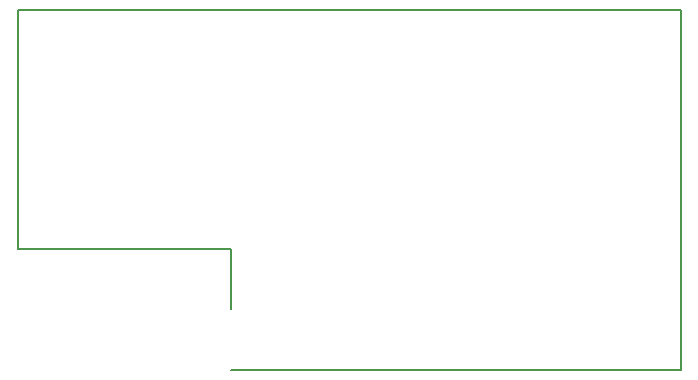
<source format=gm1>
G04 MADE WITH FRITZING*
G04 WWW.FRITZING.ORG*
G04 DOUBLE SIDED*
G04 HOLES PLATED*
G04 CONTOUR ON CENTER OF CONTOUR VECTOR*
%ASAXBY*%
%FSLAX23Y23*%
%MOIN*%
%OFA0B0*%
%SFA1.0B1.0*%
%ADD10C,0.003937*%
%ADD10C,0.008*%
%LNCONTOUR*%
G90*
G70*
G54D10*
G54D10*
X713Y202D02*
X713Y402D01*
X357Y402D01*
X1Y402D01*
X1Y801D01*
X1Y1199D01*
X1106Y1199D01*
X2211Y1199D01*
X2211Y600D01*
X2211Y1D01*
X1462Y1D01*
X713Y1D01*
D02*
G04 End of contour*
M02*
</source>
